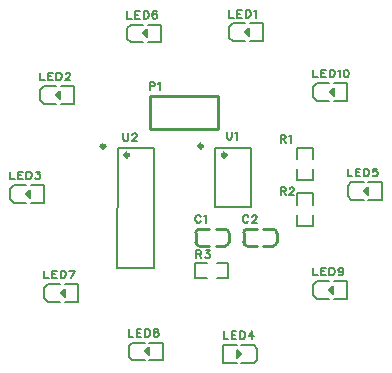
<source format=gto>
G04 Layer: TopSilkscreenLayer*
G04 EasyEDA Pro v2.2.39.2, 2025-06-07 21:32:46*
G04 Gerber Generator version 0.3*
G04 Scale: 100 percent, Rotated: No, Reflected: No*
G04 Dimensions in millimeters*
G04 Leading zeros omitted, absolute positions, 4 integers and 5 decimals*
G04 Generated by one-click*
%FSLAX45Y45*%
%MOMM*%
%ADD10C,0.1524*%
%ADD11C,0.254*%
%ADD12C,0.14986*%
%ADD13C,0.3*%
%ADD14C,0.4933*%
G75*


G04 Text Start*
G54D10*
G01X261620Y513334D02*
G01X261620Y466852D01*
G01X264668Y457708D01*
G01X271018Y451358D01*
G01X280162Y448310D01*
G01X286512Y448310D01*
G01X295656Y451358D01*
G01X301752Y457708D01*
G01X305054Y466852D01*
G01X305054Y513334D01*
G01X335280Y500888D02*
G01X341376Y504190D01*
G01X350520Y513334D01*
G01X350520Y448310D01*
G01X-390256Y932688D02*
G01X-390256Y867664D01*
G01X-390256Y932688D02*
G01X-362316Y932688D01*
G01X-353172Y929640D01*
G01X-350124Y926592D01*
G01X-346822Y920242D01*
G01X-346822Y911098D01*
G01X-350124Y905002D01*
G01X-353172Y901700D01*
G01X-362316Y898652D01*
G01X-390256Y898652D01*
G01X-316596Y920242D02*
G01X-310500Y923544D01*
G01X-301356Y932688D01*
G01X-301356Y867664D01*
G01X718820Y487934D02*
G01X718820Y422910D01*
G01X718820Y487934D02*
G01X746760Y487934D01*
G01X755904Y484886D01*
G01X758952Y481838D01*
G01X762254Y475488D01*
G01X762254Y469392D01*
G01X758952Y463296D01*
G01X755904Y460248D01*
G01X746760Y456946D01*
G01X718820Y456946D01*
G01X740410Y456946D02*
G01X762254Y422910D01*
G01X792480Y475488D02*
G01X798576Y478790D01*
G01X807720Y487934D01*
G01X807720Y422910D01*
G01X718820Y43434D02*
G01X718820Y-21590D01*
G01X718820Y43434D02*
G01X746760Y43434D01*
G01X755904Y40386D01*
G01X758952Y37338D01*
G01X762254Y30988D01*
G01X762254Y24892D01*
G01X758952Y18796D01*
G01X755904Y15748D01*
G01X746760Y12446D01*
G01X718820Y12446D01*
G01X740410Y12446D02*
G01X762254Y-21590D01*
G01X795528Y27940D02*
G01X795528Y30988D01*
G01X798576Y37338D01*
G01X801624Y40386D01*
G01X807720Y43434D01*
G01X820166Y43434D01*
G01X826516Y40386D01*
G01X829564Y37338D01*
G01X832612Y30988D01*
G01X832612Y24892D01*
G01X829564Y18796D01*
G01X823214Y9398D01*
G01X792480Y-21590D01*
G01X835660Y-21590D01*
G01X3461Y-489966D02*
G01X3461Y-554990D01*
G01X3461Y-489966D02*
G01X31401Y-489966D01*
G01X40545Y-493014D01*
G01X43593Y-496062D01*
G01X46895Y-502412D01*
G01X46895Y-508508D01*
G01X43593Y-514604D01*
G01X40545Y-517652D01*
G01X31401Y-520954D01*
G01X3461Y-520954D01*
G01X25051Y-520954D02*
G01X46895Y-554990D01*
G01X83217Y-489966D02*
G01X117253Y-489966D01*
G01X98711Y-514604D01*
G01X107855Y-514604D01*
G01X114205Y-517652D01*
G01X117253Y-520954D01*
G01X120301Y-530098D01*
G01X120301Y-536448D01*
G01X117253Y-545592D01*
G01X111157Y-551942D01*
G01X101759Y-554990D01*
G01X92361Y-554990D01*
G01X83217Y-551942D01*
G01X80169Y-548640D01*
G01X77121Y-542544D01*
G01X41402Y-205316D02*
G01X38354Y-198966D01*
G01X32004Y-192870D01*
G01X25908Y-189822D01*
G01X13462Y-189822D01*
G01X7366Y-192870D01*
G01X1016Y-198966D01*
G01X-2032Y-205316D01*
G01X-5080Y-214460D01*
G01X-5080Y-229954D01*
G01X-2032Y-239352D01*
G01X1016Y-245448D01*
G01X7366Y-251798D01*
G01X13462Y-254846D01*
G01X25908Y-254846D01*
G01X32004Y-251798D01*
G01X38354Y-245448D01*
G01X41402Y-239352D01*
G01X71628Y-202268D02*
G01X77724Y-198966D01*
G01X86868Y-189822D01*
G01X86868Y-254846D01*
G01X446141Y-205316D02*
G01X443093Y-198966D01*
G01X436743Y-192870D01*
G01X430647Y-189822D01*
G01X418201Y-189822D01*
G01X412105Y-192870D01*
G01X405755Y-198966D01*
G01X402707Y-205316D01*
G01X399659Y-214460D01*
G01X399659Y-229954D01*
G01X402707Y-239352D01*
G01X405755Y-245448D01*
G01X412105Y-251798D01*
G01X418201Y-254846D01*
G01X430647Y-254846D01*
G01X436743Y-251798D01*
G01X443093Y-245448D01*
G01X446141Y-239352D01*
G01X479415Y-205316D02*
G01X479415Y-202268D01*
G01X482463Y-195918D01*
G01X485511Y-192870D01*
G01X491607Y-189822D01*
G01X504053Y-189822D01*
G01X510403Y-192870D01*
G01X513451Y-195918D01*
G01X516499Y-202268D01*
G01X516499Y-208364D01*
G01X513451Y-214460D01*
G01X507101Y-223858D01*
G01X476367Y-254846D01*
G01X519547Y-254846D01*
G01X-614680Y500634D02*
G01X-614680Y454152D01*
G01X-611632Y445008D01*
G01X-605282Y438658D01*
G01X-596138Y435610D01*
G01X-589788Y435610D01*
G01X-580644Y438658D01*
G01X-574548Y445008D01*
G01X-571246Y454152D01*
G01X-571246Y500634D01*
G01X-537972Y485140D02*
G01X-537972Y488188D01*
G01X-534924Y494538D01*
G01X-531876Y497586D01*
G01X-525780Y500634D01*
G01X-513334Y500634D01*
G01X-506984Y497586D01*
G01X-503936Y494538D01*
G01X-500888Y488188D01*
G01X-500888Y482092D01*
G01X-503936Y475996D01*
G01X-510286Y466598D01*
G01X-541020Y435610D01*
G01X-497840Y435610D01*
G01X-1317117Y1015603D02*
G01X-1317117Y950579D01*
G01X-1317117Y950579D02*
G01X-1280033Y950579D01*
G01X-1249807Y1015603D02*
G01X-1249807Y950579D01*
G01X-1249807Y1015603D02*
G01X-1209675Y1015603D01*
G01X-1249807Y984615D02*
G01X-1225169Y984615D01*
G01X-1249807Y950579D02*
G01X-1209675Y950579D01*
G01X-1179449Y1015603D02*
G01X-1179449Y950579D01*
G01X-1179449Y1015603D02*
G01X-1157859Y1015603D01*
G01X-1148715Y1012555D01*
G01X-1142365Y1006459D01*
G01X-1139317Y1000109D01*
G01X-1136269Y990965D01*
G01X-1136269Y975471D01*
G01X-1139317Y966073D01*
G01X-1142365Y959977D01*
G01X-1148715Y953627D01*
G01X-1157859Y950579D01*
G01X-1179449Y950579D01*
G01X-1102995Y1000109D02*
G01X-1102995Y1003157D01*
G01X-1099947Y1009507D01*
G01X-1096899Y1012555D01*
G01X-1090803Y1015603D01*
G01X-1078357Y1015603D01*
G01X-1072007Y1012555D01*
G01X-1068959Y1009507D01*
G01X-1065911Y1003157D01*
G01X-1065911Y997061D01*
G01X-1068959Y990965D01*
G01X-1075309Y981567D01*
G01X-1106043Y950579D01*
G01X-1062863Y950579D01*
G01X-1570883Y177419D02*
G01X-1570883Y112395D01*
G01X-1570883Y112395D02*
G01X-1533799Y112395D01*
G01X-1503573Y177419D02*
G01X-1503573Y112395D01*
G01X-1503573Y177419D02*
G01X-1463441Y177419D01*
G01X-1503573Y146431D02*
G01X-1478935Y146431D01*
G01X-1503573Y112395D02*
G01X-1463441Y112395D01*
G01X-1433215Y177419D02*
G01X-1433215Y112395D01*
G01X-1433215Y177419D02*
G01X-1411625Y177419D01*
G01X-1402481Y174371D01*
G01X-1396131Y168275D01*
G01X-1393083Y161925D01*
G01X-1390035Y152781D01*
G01X-1390035Y137287D01*
G01X-1393083Y127889D01*
G01X-1396131Y121793D01*
G01X-1402481Y115443D01*
G01X-1411625Y112395D01*
G01X-1433215Y112395D01*
G01X-1353713Y177419D02*
G01X-1319677Y177419D01*
G01X-1338219Y152781D01*
G01X-1329075Y152781D01*
G01X-1322725Y149733D01*
G01X-1319677Y146431D01*
G01X-1316629Y137287D01*
G01X-1316629Y130937D01*
G01X-1319677Y121793D01*
G01X-1325773Y115443D01*
G01X-1335171Y112395D01*
G01X-1344569Y112395D01*
G01X-1353713Y115443D01*
G01X-1356761Y118745D01*
G01X-1359809Y124841D01*
G01X236220Y-1175766D02*
G01X236220Y-1240790D01*
G01X236220Y-1240790D02*
G01X273304Y-1240790D01*
G01X303530Y-1175766D02*
G01X303530Y-1240790D01*
G01X303530Y-1175766D02*
G01X343662Y-1175766D01*
G01X303530Y-1206754D02*
G01X328168Y-1206754D01*
G01X303530Y-1240790D02*
G01X343662Y-1240790D01*
G01X373888Y-1175766D02*
G01X373888Y-1240790D01*
G01X373888Y-1175766D02*
G01X395478Y-1175766D01*
G01X404622Y-1178814D01*
G01X410972Y-1184910D01*
G01X414020Y-1191260D01*
G01X417068Y-1200404D01*
G01X417068Y-1215898D01*
G01X414020Y-1225296D01*
G01X410972Y-1231392D01*
G01X404622Y-1237742D01*
G01X395478Y-1240790D01*
G01X373888Y-1240790D01*
G01X478028Y-1175766D02*
G01X447294Y-1218946D01*
G01X493522Y-1218946D01*
G01X478028Y-1175766D02*
G01X478028Y-1240790D01*
G01X1286383Y202024D02*
G01X1286383Y137000D01*
G01X1286383Y137000D02*
G01X1323467Y137000D01*
G01X1353693Y202024D02*
G01X1353693Y137000D01*
G01X1353693Y202024D02*
G01X1393825Y202024D01*
G01X1353693Y171036D02*
G01X1378331Y171036D01*
G01X1353693Y137000D02*
G01X1393825Y137000D01*
G01X1424051Y202024D02*
G01X1424051Y137000D01*
G01X1424051Y202024D02*
G01X1445641Y202024D01*
G01X1454785Y198976D01*
G01X1461135Y192880D01*
G01X1464183Y186530D01*
G01X1467231Y177386D01*
G01X1467231Y161892D01*
G01X1464183Y152494D01*
G01X1461135Y146398D01*
G01X1454785Y140048D01*
G01X1445641Y137000D01*
G01X1424051Y137000D01*
G01X1534541Y202024D02*
G01X1503553Y202024D01*
G01X1500505Y174338D01*
G01X1503553Y177386D01*
G01X1512697Y180434D01*
G01X1522095Y180434D01*
G01X1531493Y177386D01*
G01X1537589Y171036D01*
G01X1540637Y161892D01*
G01X1540637Y155542D01*
G01X1537589Y146398D01*
G01X1531493Y140048D01*
G01X1522095Y137000D01*
G01X1512697Y137000D01*
G01X1503553Y140048D01*
G01X1500505Y143350D01*
G01X1497457Y149446D01*
G01X-1280815Y-660781D02*
G01X-1280815Y-725805D01*
G01X-1280815Y-725805D02*
G01X-1243731Y-725805D01*
G01X-1213505Y-660781D02*
G01X-1213505Y-725805D01*
G01X-1213505Y-660781D02*
G01X-1173373Y-660781D01*
G01X-1213505Y-691769D02*
G01X-1188867Y-691769D01*
G01X-1213505Y-725805D02*
G01X-1173373Y-725805D01*
G01X-1143147Y-660781D02*
G01X-1143147Y-725805D01*
G01X-1143147Y-660781D02*
G01X-1121557Y-660781D01*
G01X-1112413Y-663829D01*
G01X-1106063Y-669925D01*
G01X-1103015Y-676275D01*
G01X-1099967Y-685419D01*
G01X-1099967Y-700913D01*
G01X-1103015Y-710311D01*
G01X-1106063Y-716407D01*
G01X-1112413Y-722757D01*
G01X-1121557Y-725805D01*
G01X-1143147Y-725805D01*
G01X-1026561Y-660781D02*
G01X-1057549Y-725805D01*
G01X-1069741Y-660781D02*
G01X-1026561Y-660781D01*
G01X-567817Y-1156081D02*
G01X-567817Y-1221105D01*
G01X-567817Y-1221105D02*
G01X-530733Y-1221105D01*
G01X-500507Y-1156081D02*
G01X-500507Y-1221105D01*
G01X-500507Y-1156081D02*
G01X-460375Y-1156081D01*
G01X-500507Y-1187069D02*
G01X-475869Y-1187069D01*
G01X-500507Y-1221105D02*
G01X-460375Y-1221105D01*
G01X-430149Y-1156081D02*
G01X-430149Y-1221105D01*
G01X-430149Y-1156081D02*
G01X-408559Y-1156081D01*
G01X-399415Y-1159129D01*
G01X-393065Y-1165225D01*
G01X-390017Y-1171575D01*
G01X-386969Y-1180719D01*
G01X-386969Y-1196213D01*
G01X-390017Y-1205611D01*
G01X-393065Y-1211707D01*
G01X-399415Y-1218057D01*
G01X-408559Y-1221105D01*
G01X-430149Y-1221105D01*
G01X-341503Y-1156081D02*
G01X-350647Y-1159129D01*
G01X-353695Y-1165225D01*
G01X-353695Y-1171575D01*
G01X-350647Y-1177671D01*
G01X-344551Y-1180719D01*
G01X-332105Y-1183767D01*
G01X-322707Y-1187069D01*
G01X-316611Y-1193165D01*
G01X-313563Y-1199261D01*
G01X-313563Y-1208659D01*
G01X-316611Y-1214755D01*
G01X-319659Y-1218057D01*
G01X-329057Y-1221105D01*
G01X-341503Y-1221105D01*
G01X-350647Y-1218057D01*
G01X-353695Y-1214755D01*
G01X-356743Y-1208659D01*
G01X-356743Y-1199261D01*
G01X-353695Y-1193165D01*
G01X-347599Y-1187069D01*
G01X-338201Y-1183767D01*
G01X-326009Y-1180719D01*
G01X-319659Y-1177671D01*
G01X-316611Y-1171575D01*
G01X-316611Y-1165225D01*
G01X-319659Y-1159129D01*
G01X-329057Y-1156081D01*
G01X-341503Y-1156081D01*
G01X994283Y-636381D02*
G01X994283Y-701405D01*
G01X994283Y-701405D02*
G01X1031367Y-701405D01*
G01X1061593Y-636381D02*
G01X1061593Y-701405D01*
G01X1061593Y-636381D02*
G01X1101725Y-636381D01*
G01X1061593Y-667369D02*
G01X1086231Y-667369D01*
G01X1061593Y-701405D02*
G01X1101725Y-701405D01*
G01X1131951Y-636381D02*
G01X1131951Y-701405D01*
G01X1131951Y-636381D02*
G01X1153541Y-636381D01*
G01X1162685Y-639429D01*
G01X1169035Y-645525D01*
G01X1172083Y-651875D01*
G01X1175131Y-661019D01*
G01X1175131Y-676513D01*
G01X1172083Y-685911D01*
G01X1169035Y-692007D01*
G01X1162685Y-698357D01*
G01X1153541Y-701405D01*
G01X1131951Y-701405D01*
G01X1245489Y-657971D02*
G01X1242441Y-667369D01*
G01X1236091Y-673465D01*
G01X1226947Y-676513D01*
G01X1223899Y-676513D01*
G01X1214501Y-673465D01*
G01X1208405Y-667369D01*
G01X1205357Y-657971D01*
G01X1205357Y-654923D01*
G01X1208405Y-645525D01*
G01X1214501Y-639429D01*
G01X1223899Y-636381D01*
G01X1226947Y-636381D01*
G01X1236091Y-639429D01*
G01X1242441Y-645525D01*
G01X1245489Y-657971D01*
G01X1245489Y-673465D01*
G01X1242441Y-688959D01*
G01X1236091Y-698357D01*
G01X1226947Y-701405D01*
G01X1220597Y-701405D01*
G01X1211453Y-698357D01*
G01X1208405Y-692007D01*
G01X996315Y1041019D02*
G01X996315Y975995D01*
G01X996315Y975995D02*
G01X1033399Y975995D01*
G01X1063625Y1041019D02*
G01X1063625Y975995D01*
G01X1063625Y1041019D02*
G01X1103757Y1041019D01*
G01X1063625Y1010031D02*
G01X1088263Y1010031D01*
G01X1063625Y975995D02*
G01X1103757Y975995D01*
G01X1133983Y1041019D02*
G01X1133983Y975995D01*
G01X1133983Y1041019D02*
G01X1155573Y1041019D01*
G01X1164717Y1037971D01*
G01X1171067Y1031875D01*
G01X1174115Y1025525D01*
G01X1177163Y1016381D01*
G01X1177163Y1000887D01*
G01X1174115Y991489D01*
G01X1171067Y985393D01*
G01X1164717Y979043D01*
G01X1155573Y975995D01*
G01X1133983Y975995D01*
G01X1207389Y1028573D02*
G01X1213485Y1031875D01*
G01X1222629Y1041019D01*
G01X1222629Y975995D01*
G01X1271397Y1041019D02*
G01X1261999Y1037971D01*
G01X1255903Y1028573D01*
G01X1252855Y1013333D01*
G01X1252855Y1003935D01*
G01X1255903Y988441D01*
G01X1261999Y979043D01*
G01X1271397Y975995D01*
G01X1277493Y975995D01*
G01X1286891Y979043D01*
G01X1292987Y988441D01*
G01X1296035Y1003935D01*
G01X1296035Y1013333D01*
G01X1292987Y1028573D01*
G01X1286891Y1037971D01*
G01X1277493Y1041019D01*
G01X1271397Y1041019D01*
G01X283960Y1546178D02*
G01X283960Y1481154D01*
G01X283960Y1481154D02*
G01X321044Y1481154D01*
G01X351270Y1546178D02*
G01X351270Y1481154D01*
G01X351270Y1546178D02*
G01X391402Y1546178D01*
G01X351270Y1515190D02*
G01X375908Y1515190D01*
G01X351270Y1481154D02*
G01X391402Y1481154D01*
G01X421628Y1546178D02*
G01X421628Y1481154D01*
G01X421628Y1546178D02*
G01X443218Y1546178D01*
G01X452362Y1543130D01*
G01X458712Y1537034D01*
G01X461760Y1530684D01*
G01X464808Y1521540D01*
G01X464808Y1506046D01*
G01X461760Y1496648D01*
G01X458712Y1490552D01*
G01X452362Y1484202D01*
G01X443218Y1481154D01*
G01X421628Y1481154D01*
G01X495034Y1533732D02*
G01X501130Y1537034D01*
G01X510274Y1546178D01*
G01X510274Y1481154D01*
G01X-580121Y1536319D02*
G01X-580121Y1471295D01*
G01X-580121Y1471295D02*
G01X-543037Y1471295D01*
G01X-512811Y1536319D02*
G01X-512811Y1471295D01*
G01X-512811Y1536319D02*
G01X-472679Y1536319D01*
G01X-512811Y1505331D02*
G01X-488173Y1505331D01*
G01X-512811Y1471295D02*
G01X-472679Y1471295D01*
G01X-442453Y1536319D02*
G01X-442453Y1471295D01*
G01X-442453Y1536319D02*
G01X-420863Y1536319D01*
G01X-411719Y1533271D01*
G01X-405369Y1527175D01*
G01X-402321Y1520825D01*
G01X-399273Y1511681D01*
G01X-399273Y1496187D01*
G01X-402321Y1486789D01*
G01X-405369Y1480693D01*
G01X-411719Y1474343D01*
G01X-420863Y1471295D01*
G01X-442453Y1471295D01*
G01X-331963Y1527175D02*
G01X-335011Y1533271D01*
G01X-344409Y1536319D01*
G01X-350505Y1536319D01*
G01X-359903Y1533271D01*
G01X-365999Y1523873D01*
G01X-369047Y1508633D01*
G01X-369047Y1493139D01*
G01X-365999Y1480693D01*
G01X-359903Y1474343D01*
G01X-350505Y1471295D01*
G01X-347457Y1471295D01*
G01X-338313Y1474343D01*
G01X-331963Y1480693D01*
G01X-328915Y1489837D01*
G01X-328915Y1493139D01*
G01X-331963Y1502283D01*
G01X-338313Y1508633D01*
G01X-347457Y1511681D01*
G01X-350505Y1511681D01*
G01X-359903Y1508633D01*
G01X-365999Y1502283D01*
G01X-369047Y1493139D01*
G04 Text End*

G04 PolygonModel Start*
G01X165359Y379621D02*
G01X469641Y379621D01*
G01X469641Y379621D02*
G01X469641Y-125621D01*
G01X469641Y-125621D02*
G01X165359Y-125621D01*
G01X165359Y-125621D02*
G01X165359Y379621D01*
G01X992297Y283058D02*
G01X992297Y378945D01*
G01X992297Y378945D02*
G01X860176Y378945D01*
G01X860176Y378945D02*
G01X860176Y283058D01*
G01X992297Y197815D02*
G01X992297Y101928D01*
G01X992297Y101928D02*
G01X860176Y101928D01*
G01X860176Y101928D02*
G01X860176Y197815D01*
G01X992297Y-101970D02*
G01X992297Y-6083D01*
G01X992297Y-6083D02*
G01X860176Y-6083D01*
G01X860176Y-6083D02*
G01X860176Y-101970D01*
G01X992297Y-187212D02*
G01X992297Y-283100D01*
G01X992297Y-283100D02*
G01X860176Y-283100D01*
G01X860176Y-283100D02*
G01X860176Y-187212D01*
G01X92920Y-594340D02*
G01X-2968Y-594340D01*
G01X-2968Y-594340D02*
G01X-2968Y-726460D01*
G01X-2968Y-726460D02*
G01X92920Y-726460D01*
G01X178162Y-594340D02*
G01X274049Y-594340D01*
G01X274049Y-594340D02*
G01X274049Y-726460D01*
G01X274049Y-726460D02*
G01X178162Y-726460D01*
G54D11*
G01X279552Y-341023D02*
G01X279552Y-421025D01*
G01X168577Y-310037D02*
G01X248575Y-310037D01*
G01X168577Y-452003D02*
G01X248575Y-452003D01*
G01X110988Y-309456D02*
G01X30988Y-309456D01*
G01X5Y-340439D02*
G01X5Y-420436D01*
G01X110988Y-451416D02*
G01X30988Y-451416D01*
G01X0Y-340439D02*
G02X30983Y-309456I30983J0D01*
G01X30983Y-451421D02*
G02X0Y-420436I0J30983D01*
G01X248569Y-310037D02*
G02X279552Y-341023I0J-30983D01*
G01X279552Y-421020D02*
G02X248569Y-452003I-30983J0D01*
G01X684291Y-341023D02*
G01X684291Y-421025D01*
G01X573316Y-310037D02*
G01X653313Y-310037D01*
G01X573316Y-452003D02*
G01X653313Y-452003D01*
G01X515727Y-309456D02*
G01X435727Y-309456D01*
G01X404744Y-340439D02*
G01X404744Y-420436D01*
G01X515727Y-451416D02*
G01X435727Y-451416D01*
G01X404739Y-340439D02*
G02X435722Y-309456I30983J0D01*
G01X435722Y-451421D02*
G02X404739Y-420436I0J30983D01*
G01X653308Y-310037D02*
G02X684291Y-341023I0J-30983D01*
G01X684291Y-421020D02*
G02X653308Y-452003I-30983J0D01*
G54D10*
G01X-660141Y379621D02*
G01X-355859Y379621D01*
G01X-355859Y379621D02*
G01X-356844Y-635000D01*
G01X-666112Y-635000D02*
G01X-660141Y379621D01*
G01X-356844Y-635000D02*
G01X-666112Y-635000D01*
G54D12*
G01X-1146302Y793226D02*
G01X-1147318Y793226D01*
G01X-1147318Y793226D02*
G01X-1180338Y826246D01*
G01X-1146302Y861044D02*
G01X-1146302Y860028D01*
G01X-1146302Y860028D02*
G01X-1180338Y826246D01*
G01X-1146302Y861044D02*
G01X-1146302Y793226D01*
G01X-1144270Y901176D02*
G01X-1029462Y901176D01*
G01X-1144270Y751062D02*
G01X-1029462Y751062D01*
G01X-1029462Y901176D02*
G01X-1029462Y753094D01*
G01X-1182370Y750808D02*
G01X-1287272Y750808D01*
G01X-1317244Y790940D02*
G01X-1317244Y780780D01*
G01X-1317244Y780780D02*
G01X-1287272Y750808D01*
G01X-1317244Y860790D02*
G01X-1317244Y790940D01*
G01X-1317244Y860790D02*
G01X-1317244Y870950D01*
G01X-1317244Y870950D02*
G01X-1287272Y900922D01*
G01X-1182370Y900922D02*
G01X-1287272Y900922D01*
G01X-1146302Y826246D02*
G01X-1180338Y826246D01*
G01X-1400068Y-44958D02*
G01X-1401084Y-44958D01*
G01X-1401084Y-44958D02*
G01X-1434104Y-11938D01*
G01X-1400068Y22860D02*
G01X-1400068Y21844D01*
G01X-1400068Y21844D02*
G01X-1434104Y-11938D01*
G01X-1400068Y22860D02*
G01X-1400068Y-44958D01*
G01X-1398036Y62992D02*
G01X-1283228Y62992D01*
G01X-1398036Y-87122D02*
G01X-1283228Y-87122D01*
G01X-1283228Y62992D02*
G01X-1283228Y-85090D01*
G01X-1436136Y-87376D02*
G01X-1541038Y-87376D01*
G01X-1571010Y-47244D02*
G01X-1571010Y-57404D01*
G01X-1571010Y-57404D02*
G01X-1541038Y-87376D01*
G01X-1571010Y22606D02*
G01X-1571010Y-47244D01*
G01X-1571010Y22606D02*
G01X-1571010Y32766D01*
G01X-1571010Y32766D02*
G01X-1541038Y62738D01*
G01X-1436136Y62738D02*
G01X-1541038Y62738D01*
G01X-1400068Y-11938D02*
G01X-1434104Y-11938D01*
G01X349118Y-1337517D02*
G01X350134Y-1337517D01*
G01X350134Y-1337517D02*
G01X383154Y-1370537D01*
G01X349118Y-1405335D02*
G01X349118Y-1404319D01*
G01X349118Y-1404319D02*
G01X383154Y-1370537D01*
G01X349118Y-1405335D02*
G01X349118Y-1337517D01*
G01X347086Y-1445467D02*
G01X232278Y-1445467D01*
G01X347086Y-1295353D02*
G01X232278Y-1295353D01*
G01X232278Y-1445467D02*
G01X232278Y-1297385D01*
G01X385186Y-1295099D02*
G01X490088Y-1295099D01*
G01X520060Y-1335231D02*
G01X520060Y-1325071D01*
G01X520060Y-1325071D02*
G01X490088Y-1295099D01*
G01X520060Y-1405081D02*
G01X520060Y-1335231D01*
G01X520060Y-1405081D02*
G01X520060Y-1415241D01*
G01X520060Y-1415241D02*
G01X490088Y-1445213D01*
G01X385186Y-1445213D02*
G01X490088Y-1445213D01*
G01X349118Y-1370537D02*
G01X383154Y-1370537D01*
G01X1457198Y-20353D02*
G01X1456182Y-20353D01*
G01X1456182Y-20353D02*
G01X1423162Y12667D01*
G01X1457198Y47465D02*
G01X1457198Y46449D01*
G01X1457198Y46449D02*
G01X1423162Y12667D01*
G01X1457198Y47465D02*
G01X1457198Y-20353D01*
G01X1459230Y87597D02*
G01X1574038Y87597D01*
G01X1459230Y-62517D02*
G01X1574038Y-62517D01*
G01X1574038Y87597D02*
G01X1574038Y-60485D01*
G01X1421130Y-62771D02*
G01X1316228Y-62771D01*
G01X1286256Y-22639D02*
G01X1286256Y-32799D01*
G01X1286256Y-32799D02*
G01X1316228Y-62771D01*
G01X1286256Y47211D02*
G01X1286256Y-22639D01*
G01X1286256Y47211D02*
G01X1286256Y57371D01*
G01X1286256Y57371D02*
G01X1316228Y87343D01*
G01X1421130Y87343D02*
G01X1316228Y87343D01*
G01X1457198Y12667D02*
G01X1423162Y12667D01*
G01X-1110000Y-883158D02*
G01X-1111016Y-883158D01*
G01X-1111016Y-883158D02*
G01X-1144036Y-850138D01*
G01X-1110000Y-815340D02*
G01X-1110000Y-816356D01*
G01X-1110000Y-816356D02*
G01X-1144036Y-850138D01*
G01X-1110000Y-815340D02*
G01X-1110000Y-883158D01*
G01X-1107968Y-775208D02*
G01X-993160Y-775208D01*
G01X-1107968Y-925322D02*
G01X-993160Y-925322D01*
G01X-993160Y-775208D02*
G01X-993160Y-923290D01*
G01X-1146068Y-925576D02*
G01X-1250970Y-925576D01*
G01X-1280942Y-885444D02*
G01X-1280942Y-895604D01*
G01X-1280942Y-895604D02*
G01X-1250970Y-925576D01*
G01X-1280942Y-815594D02*
G01X-1280942Y-885444D01*
G01X-1280942Y-815594D02*
G01X-1280942Y-805434D01*
G01X-1280942Y-805434D02*
G01X-1250970Y-775462D01*
G01X-1146068Y-775462D02*
G01X-1250970Y-775462D01*
G01X-1110000Y-850138D02*
G01X-1144036Y-850138D01*
G01X-397002Y-1378458D02*
G01X-398018Y-1378458D01*
G01X-398018Y-1378458D02*
G01X-431038Y-1345438D01*
G01X-397002Y-1310640D02*
G01X-397002Y-1311656D01*
G01X-397002Y-1311656D02*
G01X-431038Y-1345438D01*
G01X-397002Y-1310640D02*
G01X-397002Y-1378458D01*
G01X-394970Y-1270508D02*
G01X-280162Y-1270508D01*
G01X-394970Y-1420622D02*
G01X-280162Y-1420622D01*
G01X-280162Y-1270508D02*
G01X-280162Y-1418590D01*
G01X-433070Y-1420876D02*
G01X-537972Y-1420876D01*
G01X-567944Y-1380744D02*
G01X-567944Y-1390904D01*
G01X-567944Y-1390904D02*
G01X-537972Y-1420876D01*
G01X-567944Y-1310894D02*
G01X-567944Y-1380744D01*
G01X-567944Y-1310894D02*
G01X-567944Y-1300734D01*
G01X-567944Y-1300734D02*
G01X-537972Y-1270762D01*
G01X-433070Y-1270762D02*
G01X-537972Y-1270762D01*
G01X-397002Y-1345438D02*
G01X-431038Y-1345438D01*
G01X1165098Y-858758D02*
G01X1164082Y-858758D01*
G01X1164082Y-858758D02*
G01X1131062Y-825738D01*
G01X1165098Y-790940D02*
G01X1165098Y-791956D01*
G01X1165098Y-791956D02*
G01X1131062Y-825738D01*
G01X1165098Y-790940D02*
G01X1165098Y-858758D01*
G01X1167130Y-750808D02*
G01X1281938Y-750808D01*
G01X1167130Y-900922D02*
G01X1281938Y-900922D01*
G01X1281938Y-750808D02*
G01X1281938Y-898890D01*
G01X1129030Y-901176D02*
G01X1024128Y-901176D01*
G01X994156Y-861044D02*
G01X994156Y-871204D01*
G01X994156Y-871204D02*
G01X1024128Y-901176D01*
G01X994156Y-791194D02*
G01X994156Y-861044D01*
G01X994156Y-791194D02*
G01X994156Y-781034D01*
G01X994156Y-781034D02*
G01X1024128Y-751062D01*
G01X1129030Y-751062D02*
G01X1024128Y-751062D01*
G01X1165098Y-825738D02*
G01X1131062Y-825738D01*
G01X1167130Y818642D02*
G01X1166114Y818642D01*
G01X1166114Y818642D02*
G01X1133094Y851662D01*
G01X1167130Y886460D02*
G01X1167130Y885444D01*
G01X1167130Y885444D02*
G01X1133094Y851662D01*
G01X1167130Y886460D02*
G01X1167130Y818642D01*
G01X1169162Y926592D02*
G01X1283970Y926592D01*
G01X1169162Y776478D02*
G01X1283970Y776478D01*
G01X1283970Y926592D02*
G01X1283970Y778510D01*
G01X1131062Y776224D02*
G01X1026160Y776224D01*
G01X996188Y816356D02*
G01X996188Y806196D01*
G01X996188Y806196D02*
G01X1026160Y776224D01*
G01X996188Y886206D02*
G01X996188Y816356D01*
G01X996188Y886206D02*
G01X996188Y896366D01*
G01X996188Y896366D02*
G01X1026160Y926338D01*
G01X1131062Y926338D02*
G01X1026160Y926338D01*
G01X1167130Y851662D02*
G01X1133094Y851662D01*
G01X454775Y1323801D02*
G01X453759Y1323801D01*
G01X453759Y1323801D02*
G01X420739Y1356821D01*
G01X454775Y1391619D02*
G01X454775Y1390603D01*
G01X454775Y1390603D02*
G01X420739Y1356821D01*
G01X454775Y1391619D02*
G01X454775Y1323801D01*
G01X456807Y1431751D02*
G01X571615Y1431751D01*
G01X456807Y1281637D02*
G01X571615Y1281637D01*
G01X571615Y1431751D02*
G01X571615Y1283669D01*
G01X418707Y1281383D02*
G01X313805Y1281383D01*
G01X283833Y1321515D02*
G01X283833Y1311355D01*
G01X283833Y1311355D02*
G01X313805Y1281383D01*
G01X283833Y1391365D02*
G01X283833Y1321515D01*
G01X283833Y1391365D02*
G01X283833Y1401525D01*
G01X283833Y1401525D02*
G01X313805Y1431497D01*
G01X418707Y1431497D02*
G01X313805Y1431497D01*
G01X454775Y1356821D02*
G01X420739Y1356821D01*
G01X-409306Y1313942D02*
G01X-410322Y1313942D01*
G01X-410322Y1313942D02*
G01X-443342Y1346962D01*
G01X-409306Y1381760D02*
G01X-409306Y1380744D01*
G01X-409306Y1380744D02*
G01X-443342Y1346962D01*
G01X-409306Y1381760D02*
G01X-409306Y1313942D01*
G01X-407274Y1421892D02*
G01X-292466Y1421892D01*
G01X-407274Y1271778D02*
G01X-292466Y1271778D01*
G01X-292466Y1421892D02*
G01X-292466Y1273810D01*
G01X-445374Y1271524D02*
G01X-550276Y1271524D01*
G01X-580248Y1311656D02*
G01X-580248Y1301496D01*
G01X-580248Y1301496D02*
G01X-550276Y1271524D01*
G01X-580248Y1381506D02*
G01X-580248Y1311656D01*
G01X-580248Y1381506D02*
G01X-580248Y1391666D01*
G01X-580248Y1391666D02*
G01X-550276Y1421638D01*
G01X-445374Y1421638D02*
G01X-550276Y1421638D01*
G01X-409306Y1346962D02*
G01X-443342Y1346962D01*

G04 Rect Start*
G54D11*
G01X-385176Y534162D02*
G01X-385176Y813054D01*
G01X190896Y813054D01*
G01X190896Y534162D01*
G01X-385176Y534162D01*
G04 Rect End*

G04 Circle Start*
G54D13*
G01X225577Y317500D02*
G03X255600Y317500I15011J0D01*
G03X225577Y317500I-15011J0D01*
G01X25248Y392151D02*
G03X55270Y392151I15011J0D01*
G03X25248Y392151I-15011J0D01*
G01X-800252Y392151D02*
G03X-770230Y392151I15011J0D01*
G03X-800252Y392151I-15011J0D01*
G01X-599923Y317500D02*
G03X-569900Y317500I15011J0D01*
G03X-599923Y317500I-15011J0D01*
G04 Circle End*

M02*


</source>
